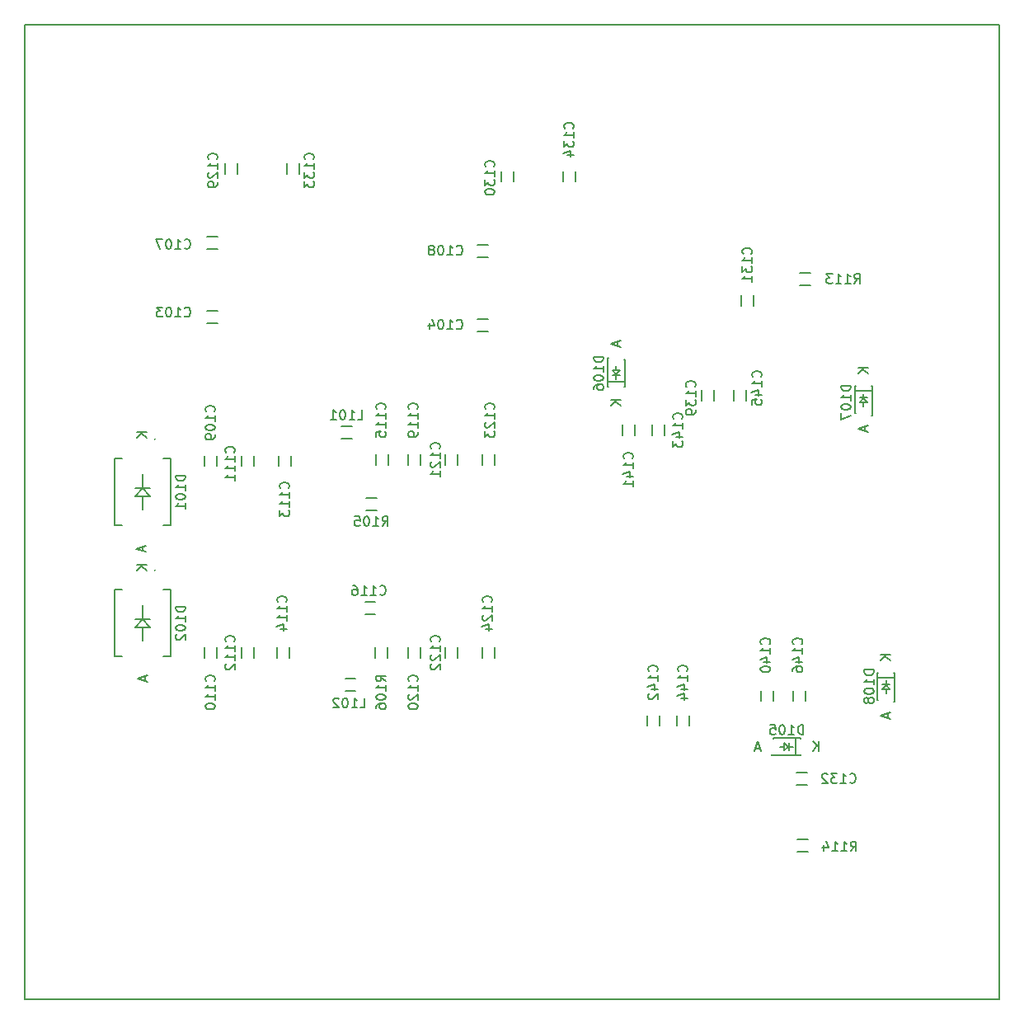
<source format=gbo>
G04 #@! TF.FileFunction,Legend,Bot*
%FSLAX46Y46*%
G04 Gerber Fmt 4.6, Leading zero omitted, Abs format (unit mm)*
G04 Created by KiCad (PCBNEW 4.0.2-stable) date 20/05/2016 13:58:28*
%MOMM*%
G01*
G04 APERTURE LIST*
%ADD10C,0.100000*%
%ADD11C,0.150000*%
G04 APERTURE END LIST*
D10*
D11*
X0Y100000000D02*
X0Y0D01*
X100000000Y100000000D02*
X0Y100000000D01*
X100000000Y0D02*
X100000000Y100000000D01*
X0Y0D02*
X100000000Y0D01*
X19235261Y70636175D02*
X18701861Y70636175D01*
X19235261Y70636175D02*
X19768661Y70636175D01*
X19235261Y69366175D02*
X18701861Y69366175D01*
X19235261Y69366175D02*
X19768661Y69366175D01*
X46990000Y69850000D02*
X46456600Y69850000D01*
X46990000Y69850000D02*
X47523400Y69850000D01*
X46990000Y68580000D02*
X46456600Y68580000D01*
X46990000Y68580000D02*
X47523400Y68580000D01*
X19235261Y78256175D02*
X18701861Y78256175D01*
X19235261Y78256175D02*
X19768661Y78256175D01*
X19235261Y76986175D02*
X18701861Y76986175D01*
X19235261Y76986175D02*
X19768661Y76986175D01*
X46990000Y77470000D02*
X46456600Y77470000D01*
X46990000Y77470000D02*
X47523400Y77470000D01*
X46990000Y76200000D02*
X46456600Y76200000D01*
X46990000Y76200000D02*
X47523400Y76200000D01*
X19685000Y55245000D02*
X19685000Y55778400D01*
X19685000Y55245000D02*
X19685000Y54711600D01*
X18415000Y55245000D02*
X18415000Y55778400D01*
X18415000Y55245000D02*
X18415000Y54711600D01*
X19685000Y35560000D02*
X19685000Y36093400D01*
X19685000Y35560000D02*
X19685000Y35026600D01*
X18415000Y35560000D02*
X18415000Y36093400D01*
X18415000Y35560000D02*
X18415000Y35026600D01*
X23495000Y55245000D02*
X23495000Y55778400D01*
X23495000Y55245000D02*
X23495000Y54711600D01*
X22225000Y55245000D02*
X22225000Y55778400D01*
X22225000Y55245000D02*
X22225000Y54711600D01*
X23495000Y35560000D02*
X23495000Y36093400D01*
X23495000Y35560000D02*
X23495000Y35026600D01*
X22225000Y35560000D02*
X22225000Y36093400D01*
X22225000Y35560000D02*
X22225000Y35026600D01*
X27305000Y55245000D02*
X27305000Y55778400D01*
X27305000Y55245000D02*
X27305000Y54711600D01*
X26035000Y55245000D02*
X26035000Y55778400D01*
X26035000Y55245000D02*
X26035000Y54711600D01*
X27178000Y35560000D02*
X27178000Y36093400D01*
X27178000Y35560000D02*
X27178000Y35026600D01*
X25908000Y35560000D02*
X25908000Y36093400D01*
X25908000Y35560000D02*
X25908000Y35026600D01*
X37338000Y55372000D02*
X37338000Y55905400D01*
X37338000Y55372000D02*
X37338000Y54838600D01*
X36068000Y55372000D02*
X36068000Y55905400D01*
X36068000Y55372000D02*
X36068000Y54838600D01*
X35433000Y40767000D02*
X34899600Y40767000D01*
X35433000Y40767000D02*
X35966400Y40767000D01*
X35433000Y39497000D02*
X34899600Y39497000D01*
X35433000Y39497000D02*
X35966400Y39497000D01*
X40640000Y55372000D02*
X40640000Y55905400D01*
X40640000Y55372000D02*
X40640000Y54838600D01*
X39370000Y55372000D02*
X39370000Y55905400D01*
X39370000Y55372000D02*
X39370000Y54838600D01*
X40640000Y35560000D02*
X40640000Y36093400D01*
X40640000Y35560000D02*
X40640000Y35026600D01*
X39370000Y35560000D02*
X39370000Y36093400D01*
X39370000Y35560000D02*
X39370000Y35026600D01*
X44450000Y55372000D02*
X44450000Y55905400D01*
X44450000Y55372000D02*
X44450000Y54838600D01*
X43180000Y55372000D02*
X43180000Y55905400D01*
X43180000Y55372000D02*
X43180000Y54838600D01*
X44450000Y35560000D02*
X44450000Y36093400D01*
X44450000Y35560000D02*
X44450000Y35026600D01*
X43180000Y35560000D02*
X43180000Y36093400D01*
X43180000Y35560000D02*
X43180000Y35026600D01*
X48260000Y55372000D02*
X48260000Y55905400D01*
X48260000Y55372000D02*
X48260000Y54838600D01*
X46990000Y55372000D02*
X46990000Y55905400D01*
X46990000Y55372000D02*
X46990000Y54838600D01*
X48260000Y35560000D02*
X48260000Y36093400D01*
X48260000Y35560000D02*
X48260000Y35026600D01*
X46990000Y35560000D02*
X46990000Y36093400D01*
X46990000Y35560000D02*
X46990000Y35026600D01*
X21775261Y85241175D02*
X21775261Y85774575D01*
X21775261Y85241175D02*
X21775261Y84707775D01*
X20505261Y85241175D02*
X20505261Y85774575D01*
X20505261Y85241175D02*
X20505261Y84707775D01*
X50165000Y84455000D02*
X50165000Y84988400D01*
X50165000Y84455000D02*
X50165000Y83921600D01*
X48895000Y84455000D02*
X48895000Y84988400D01*
X48895000Y84455000D02*
X48895000Y83921600D01*
X73565000Y71712000D02*
X73565000Y71178600D01*
X73565000Y71712000D02*
X73565000Y72245400D01*
X74835000Y71712000D02*
X74835000Y71178600D01*
X74835000Y71712000D02*
X74835000Y72245400D01*
X79756000Y21971000D02*
X80289400Y21971000D01*
X79756000Y21971000D02*
X79222600Y21971000D01*
X79756000Y23241000D02*
X80289400Y23241000D01*
X79756000Y23241000D02*
X79222600Y23241000D01*
X28125261Y85241175D02*
X28125261Y85774575D01*
X28125261Y85241175D02*
X28125261Y84707775D01*
X26855261Y85241175D02*
X26855261Y85774575D01*
X26855261Y85241175D02*
X26855261Y84707775D01*
X56515000Y84455000D02*
X56515000Y84988400D01*
X56515000Y84455000D02*
X56515000Y83921600D01*
X55245000Y84455000D02*
X55245000Y84988400D01*
X55245000Y84455000D02*
X55245000Y83921600D01*
X70739000Y61976000D02*
X70739000Y62509400D01*
X70739000Y61976000D02*
X70739000Y61442600D01*
X69469000Y61976000D02*
X69469000Y62509400D01*
X69469000Y61976000D02*
X69469000Y61442600D01*
X76835000Y31115000D02*
X76835000Y31648400D01*
X76835000Y31115000D02*
X76835000Y30581600D01*
X75565000Y31115000D02*
X75565000Y31648400D01*
X75565000Y31115000D02*
X75565000Y30581600D01*
X12065000Y51270000D02*
X12065000Y50270000D01*
X12065000Y52870000D02*
X12065000Y53870000D01*
X14965000Y48670000D02*
X14165000Y48670000D01*
X14965000Y55470000D02*
X14165000Y55470000D01*
X9165000Y52070000D02*
X9165000Y48670000D01*
X9165000Y48670000D02*
X9965000Y48670000D01*
X9165000Y52070000D02*
X9165000Y55470000D01*
X9165000Y55470000D02*
X9965000Y55470000D01*
X14965000Y52070000D02*
X14965000Y48670000D01*
X14965000Y52070000D02*
X14965000Y55470000D01*
X13320902Y57470000D02*
G75*
G03X13320902Y57470000I-55902J0D01*
G01*
X12065000Y52447500D02*
X12065000Y52847500D01*
X12065000Y51647500D02*
X12065000Y51247500D01*
X12865000Y52447500D02*
X11265000Y52447500D01*
X12865000Y51647500D02*
X12065000Y52447500D01*
X12865000Y51647500D02*
X11265000Y51647500D01*
X11265000Y51647500D02*
X12065000Y52447500D01*
X12065000Y37808000D02*
X12065000Y36808000D01*
X12065000Y39408000D02*
X12065000Y40408000D01*
X14965000Y35208000D02*
X14165000Y35208000D01*
X14965000Y42008000D02*
X14165000Y42008000D01*
X9165000Y38608000D02*
X9165000Y35208000D01*
X9165000Y35208000D02*
X9965000Y35208000D01*
X9165000Y38608000D02*
X9165000Y42008000D01*
X9165000Y42008000D02*
X9965000Y42008000D01*
X14965000Y38608000D02*
X14965000Y35208000D01*
X14965000Y38608000D02*
X14965000Y42008000D01*
X13320902Y44008000D02*
G75*
G03X13320902Y44008000I-55902J0D01*
G01*
X12065000Y38985500D02*
X12065000Y39385500D01*
X12065000Y38185500D02*
X12065000Y37785500D01*
X12865000Y38985500D02*
X11265000Y38985500D01*
X12865000Y38185500D02*
X12065000Y38985500D01*
X12865000Y38185500D02*
X11265000Y38185500D01*
X11265000Y38185500D02*
X12065000Y38985500D01*
X33020000Y58801000D02*
X32486600Y58801000D01*
X33020000Y58801000D02*
X33553400Y58801000D01*
X33020000Y57531000D02*
X32486600Y57531000D01*
X33020000Y57531000D02*
X33553400Y57531000D01*
X33401000Y32893000D02*
X32867600Y32893000D01*
X33401000Y32893000D02*
X33934400Y32893000D01*
X33401000Y31623000D02*
X32867600Y31623000D01*
X33401000Y31623000D02*
X33934400Y31623000D01*
X35560000Y50165000D02*
X36093400Y50165000D01*
X35560000Y50165000D02*
X35026600Y50165000D01*
X35560000Y51435000D02*
X36093400Y51435000D01*
X35560000Y51435000D02*
X35026600Y51435000D01*
X37211000Y35560000D02*
X37211000Y36093400D01*
X37211000Y35560000D02*
X37211000Y35026600D01*
X35941000Y35560000D02*
X35941000Y36093400D01*
X35941000Y35560000D02*
X35941000Y35026600D01*
X80094000Y73279000D02*
X80627400Y73279000D01*
X80094000Y73279000D02*
X79560600Y73279000D01*
X80094000Y74549000D02*
X80627400Y74549000D01*
X80094000Y74549000D02*
X79560600Y74549000D01*
X79840000Y16383000D02*
X79306600Y16383000D01*
X79840000Y16383000D02*
X80373400Y16383000D01*
X79840000Y15113000D02*
X79306600Y15113000D01*
X79840000Y15113000D02*
X80373400Y15113000D01*
X62611000Y58420000D02*
X62611000Y58953400D01*
X62611000Y58420000D02*
X62611000Y57886600D01*
X61341000Y58420000D02*
X61341000Y58953400D01*
X61341000Y58420000D02*
X61341000Y57886600D01*
X65151000Y28575000D02*
X65151000Y29108400D01*
X65151000Y28575000D02*
X65151000Y28041600D01*
X63881000Y28575000D02*
X63881000Y29108400D01*
X63881000Y28575000D02*
X63881000Y28041600D01*
X65659000Y58420000D02*
X65659000Y58953400D01*
X65659000Y58420000D02*
X65659000Y57886600D01*
X64389000Y58420000D02*
X64389000Y58953400D01*
X64389000Y58420000D02*
X64389000Y57886600D01*
X68199000Y28575000D02*
X68199000Y29108400D01*
X68199000Y28575000D02*
X68199000Y28041600D01*
X66929000Y28575000D02*
X66929000Y29108400D01*
X66929000Y28575000D02*
X66929000Y28041600D01*
X74041000Y61976000D02*
X74041000Y62509400D01*
X74041000Y61976000D02*
X74041000Y61442600D01*
X72771000Y61976000D02*
X72771000Y62509400D01*
X72771000Y61976000D02*
X72771000Y61442600D01*
X80137000Y31115000D02*
X80137000Y31648400D01*
X80137000Y31115000D02*
X80137000Y30581600D01*
X78867000Y31115000D02*
X78867000Y31648400D01*
X78867000Y31115000D02*
X78867000Y30581600D01*
X79132000Y26808000D02*
X79132000Y25008000D01*
X78432000Y25908000D02*
X78832000Y25908000D01*
X77932000Y25908000D02*
X77532000Y25908000D01*
X78432000Y26308000D02*
X78432000Y25508000D01*
X77932000Y25508000D02*
X78332000Y25908000D01*
X77932000Y26308000D02*
X77932000Y25508000D01*
X78332000Y25908000D02*
X77932000Y26308000D01*
X76632000Y25008000D02*
X76632000Y25108000D01*
X79632000Y25008000D02*
X76632000Y25008000D01*
X79632000Y25108000D02*
X79632000Y25008000D01*
X76832000Y26808000D02*
X76832000Y26708000D01*
X78232000Y26808000D02*
X76832000Y26808000D01*
X79632000Y26808000D02*
X79632000Y26708000D01*
X78232000Y26808000D02*
X79632000Y26808000D01*
X61606000Y63362000D02*
X59806000Y63362000D01*
X60706000Y64062000D02*
X60706000Y63662000D01*
X60706000Y64562000D02*
X60706000Y64962000D01*
X61106000Y64062000D02*
X60306000Y64062000D01*
X60306000Y64562000D02*
X60706000Y64162000D01*
X61106000Y64562000D02*
X60306000Y64562000D01*
X60706000Y64162000D02*
X61106000Y64562000D01*
X59806000Y65862000D02*
X59906000Y65862000D01*
X59806000Y62862000D02*
X59806000Y65862000D01*
X59906000Y62862000D02*
X59806000Y62862000D01*
X61606000Y65662000D02*
X61506000Y65662000D01*
X61606000Y64262000D02*
X61606000Y65662000D01*
X61606000Y62862000D02*
X61506000Y62862000D01*
X61606000Y64262000D02*
X61606000Y62862000D01*
X85206000Y62446000D02*
X87006000Y62446000D01*
X86106000Y61746000D02*
X86106000Y62146000D01*
X86106000Y61246000D02*
X86106000Y60846000D01*
X85706000Y61746000D02*
X86506000Y61746000D01*
X86506000Y61246000D02*
X86106000Y61646000D01*
X85706000Y61246000D02*
X86506000Y61246000D01*
X86106000Y61646000D02*
X85706000Y61246000D01*
X87006000Y59946000D02*
X86906000Y59946000D01*
X87006000Y62946000D02*
X87006000Y59946000D01*
X86906000Y62946000D02*
X87006000Y62946000D01*
X85206000Y60146000D02*
X85306000Y60146000D01*
X85206000Y61546000D02*
X85206000Y60146000D01*
X85206000Y62946000D02*
X85306000Y62946000D01*
X85206000Y61546000D02*
X85206000Y62946000D01*
X87500000Y33000000D02*
X89300000Y33000000D01*
X88400000Y32300000D02*
X88400000Y32700000D01*
X88400000Y31800000D02*
X88400000Y31400000D01*
X88000000Y32300000D02*
X88800000Y32300000D01*
X88800000Y31800000D02*
X88400000Y32200000D01*
X88000000Y31800000D02*
X88800000Y31800000D01*
X88400000Y32200000D02*
X88000000Y31800000D01*
X89300000Y30500000D02*
X89200000Y30500000D01*
X89300000Y33500000D02*
X89300000Y30500000D01*
X89200000Y33500000D02*
X89300000Y33500000D01*
X87500000Y30700000D02*
X87600000Y30700000D01*
X87500000Y32100000D02*
X87500000Y30700000D01*
X87500000Y33500000D02*
X87600000Y33500000D01*
X87500000Y32100000D02*
X87500000Y33500000D01*
X16359047Y70127857D02*
X16406666Y70080238D01*
X16549523Y70032619D01*
X16644761Y70032619D01*
X16787619Y70080238D01*
X16882857Y70175476D01*
X16930476Y70270714D01*
X16978095Y70461190D01*
X16978095Y70604048D01*
X16930476Y70794524D01*
X16882857Y70889762D01*
X16787619Y70985000D01*
X16644761Y71032619D01*
X16549523Y71032619D01*
X16406666Y70985000D01*
X16359047Y70937381D01*
X15406666Y70032619D02*
X15978095Y70032619D01*
X15692381Y70032619D02*
X15692381Y71032619D01*
X15787619Y70889762D01*
X15882857Y70794524D01*
X15978095Y70746905D01*
X14787619Y71032619D02*
X14692380Y71032619D01*
X14597142Y70985000D01*
X14549523Y70937381D01*
X14501904Y70842143D01*
X14454285Y70651667D01*
X14454285Y70413571D01*
X14501904Y70223095D01*
X14549523Y70127857D01*
X14597142Y70080238D01*
X14692380Y70032619D01*
X14787619Y70032619D01*
X14882857Y70080238D01*
X14930476Y70127857D01*
X14978095Y70223095D01*
X15025714Y70413571D01*
X15025714Y70651667D01*
X14978095Y70842143D01*
X14930476Y70937381D01*
X14882857Y70985000D01*
X14787619Y71032619D01*
X14120952Y71032619D02*
X13501904Y71032619D01*
X13835238Y70651667D01*
X13692380Y70651667D01*
X13597142Y70604048D01*
X13549523Y70556429D01*
X13501904Y70461190D01*
X13501904Y70223095D01*
X13549523Y70127857D01*
X13597142Y70080238D01*
X13692380Y70032619D01*
X13978095Y70032619D01*
X14073333Y70080238D01*
X14120952Y70127857D01*
X44299047Y68857857D02*
X44346666Y68810238D01*
X44489523Y68762619D01*
X44584761Y68762619D01*
X44727619Y68810238D01*
X44822857Y68905476D01*
X44870476Y69000714D01*
X44918095Y69191190D01*
X44918095Y69334048D01*
X44870476Y69524524D01*
X44822857Y69619762D01*
X44727619Y69715000D01*
X44584761Y69762619D01*
X44489523Y69762619D01*
X44346666Y69715000D01*
X44299047Y69667381D01*
X43346666Y68762619D02*
X43918095Y68762619D01*
X43632381Y68762619D02*
X43632381Y69762619D01*
X43727619Y69619762D01*
X43822857Y69524524D01*
X43918095Y69476905D01*
X42727619Y69762619D02*
X42632380Y69762619D01*
X42537142Y69715000D01*
X42489523Y69667381D01*
X42441904Y69572143D01*
X42394285Y69381667D01*
X42394285Y69143571D01*
X42441904Y68953095D01*
X42489523Y68857857D01*
X42537142Y68810238D01*
X42632380Y68762619D01*
X42727619Y68762619D01*
X42822857Y68810238D01*
X42870476Y68857857D01*
X42918095Y68953095D01*
X42965714Y69143571D01*
X42965714Y69381667D01*
X42918095Y69572143D01*
X42870476Y69667381D01*
X42822857Y69715000D01*
X42727619Y69762619D01*
X41537142Y69429286D02*
X41537142Y68762619D01*
X41775238Y69810238D02*
X42013333Y69095952D01*
X41394285Y69095952D01*
X16359047Y77112857D02*
X16406666Y77065238D01*
X16549523Y77017619D01*
X16644761Y77017619D01*
X16787619Y77065238D01*
X16882857Y77160476D01*
X16930476Y77255714D01*
X16978095Y77446190D01*
X16978095Y77589048D01*
X16930476Y77779524D01*
X16882857Y77874762D01*
X16787619Y77970000D01*
X16644761Y78017619D01*
X16549523Y78017619D01*
X16406666Y77970000D01*
X16359047Y77922381D01*
X15406666Y77017619D02*
X15978095Y77017619D01*
X15692381Y77017619D02*
X15692381Y78017619D01*
X15787619Y77874762D01*
X15882857Y77779524D01*
X15978095Y77731905D01*
X14787619Y78017619D02*
X14692380Y78017619D01*
X14597142Y77970000D01*
X14549523Y77922381D01*
X14501904Y77827143D01*
X14454285Y77636667D01*
X14454285Y77398571D01*
X14501904Y77208095D01*
X14549523Y77112857D01*
X14597142Y77065238D01*
X14692380Y77017619D01*
X14787619Y77017619D01*
X14882857Y77065238D01*
X14930476Y77112857D01*
X14978095Y77208095D01*
X15025714Y77398571D01*
X15025714Y77636667D01*
X14978095Y77827143D01*
X14930476Y77922381D01*
X14882857Y77970000D01*
X14787619Y78017619D01*
X14120952Y78017619D02*
X13454285Y78017619D01*
X13882857Y77017619D01*
X44299047Y76477857D02*
X44346666Y76430238D01*
X44489523Y76382619D01*
X44584761Y76382619D01*
X44727619Y76430238D01*
X44822857Y76525476D01*
X44870476Y76620714D01*
X44918095Y76811190D01*
X44918095Y76954048D01*
X44870476Y77144524D01*
X44822857Y77239762D01*
X44727619Y77335000D01*
X44584761Y77382619D01*
X44489523Y77382619D01*
X44346666Y77335000D01*
X44299047Y77287381D01*
X43346666Y76382619D02*
X43918095Y76382619D01*
X43632381Y76382619D02*
X43632381Y77382619D01*
X43727619Y77239762D01*
X43822857Y77144524D01*
X43918095Y77096905D01*
X42727619Y77382619D02*
X42632380Y77382619D01*
X42537142Y77335000D01*
X42489523Y77287381D01*
X42441904Y77192143D01*
X42394285Y77001667D01*
X42394285Y76763571D01*
X42441904Y76573095D01*
X42489523Y76477857D01*
X42537142Y76430238D01*
X42632380Y76382619D01*
X42727619Y76382619D01*
X42822857Y76430238D01*
X42870476Y76477857D01*
X42918095Y76573095D01*
X42965714Y76763571D01*
X42965714Y77001667D01*
X42918095Y77192143D01*
X42870476Y77287381D01*
X42822857Y77335000D01*
X42727619Y77382619D01*
X41822857Y76954048D02*
X41918095Y77001667D01*
X41965714Y77049286D01*
X42013333Y77144524D01*
X42013333Y77192143D01*
X41965714Y77287381D01*
X41918095Y77335000D01*
X41822857Y77382619D01*
X41632380Y77382619D01*
X41537142Y77335000D01*
X41489523Y77287381D01*
X41441904Y77192143D01*
X41441904Y77144524D01*
X41489523Y77049286D01*
X41537142Y77001667D01*
X41632380Y76954048D01*
X41822857Y76954048D01*
X41918095Y76906429D01*
X41965714Y76858810D01*
X42013333Y76763571D01*
X42013333Y76573095D01*
X41965714Y76477857D01*
X41918095Y76430238D01*
X41822857Y76382619D01*
X41632380Y76382619D01*
X41537142Y76430238D01*
X41489523Y76477857D01*
X41441904Y76573095D01*
X41441904Y76763571D01*
X41489523Y76858810D01*
X41537142Y76906429D01*
X41632380Y76954048D01*
X19407143Y60301047D02*
X19454762Y60348666D01*
X19502381Y60491523D01*
X19502381Y60586761D01*
X19454762Y60729619D01*
X19359524Y60824857D01*
X19264286Y60872476D01*
X19073810Y60920095D01*
X18930952Y60920095D01*
X18740476Y60872476D01*
X18645238Y60824857D01*
X18550000Y60729619D01*
X18502381Y60586761D01*
X18502381Y60491523D01*
X18550000Y60348666D01*
X18597619Y60301047D01*
X19502381Y59348666D02*
X19502381Y59920095D01*
X19502381Y59634381D02*
X18502381Y59634381D01*
X18645238Y59729619D01*
X18740476Y59824857D01*
X18788095Y59920095D01*
X18502381Y58729619D02*
X18502381Y58634380D01*
X18550000Y58539142D01*
X18597619Y58491523D01*
X18692857Y58443904D01*
X18883333Y58396285D01*
X19121429Y58396285D01*
X19311905Y58443904D01*
X19407143Y58491523D01*
X19454762Y58539142D01*
X19502381Y58634380D01*
X19502381Y58729619D01*
X19454762Y58824857D01*
X19407143Y58872476D01*
X19311905Y58920095D01*
X19121429Y58967714D01*
X18883333Y58967714D01*
X18692857Y58920095D01*
X18597619Y58872476D01*
X18550000Y58824857D01*
X18502381Y58729619D01*
X19502381Y57920095D02*
X19502381Y57729619D01*
X19454762Y57634380D01*
X19407143Y57586761D01*
X19264286Y57491523D01*
X19073810Y57443904D01*
X18692857Y57443904D01*
X18597619Y57491523D01*
X18550000Y57539142D01*
X18502381Y57634380D01*
X18502381Y57824857D01*
X18550000Y57920095D01*
X18597619Y57967714D01*
X18692857Y58015333D01*
X18930952Y58015333D01*
X19026190Y57967714D01*
X19073810Y57920095D01*
X19121429Y57824857D01*
X19121429Y57634380D01*
X19073810Y57539142D01*
X19026190Y57491523D01*
X18930952Y57443904D01*
X19407143Y32615047D02*
X19454762Y32662666D01*
X19502381Y32805523D01*
X19502381Y32900761D01*
X19454762Y33043619D01*
X19359524Y33138857D01*
X19264286Y33186476D01*
X19073810Y33234095D01*
X18930952Y33234095D01*
X18740476Y33186476D01*
X18645238Y33138857D01*
X18550000Y33043619D01*
X18502381Y32900761D01*
X18502381Y32805523D01*
X18550000Y32662666D01*
X18597619Y32615047D01*
X19502381Y31662666D02*
X19502381Y32234095D01*
X19502381Y31948381D02*
X18502381Y31948381D01*
X18645238Y32043619D01*
X18740476Y32138857D01*
X18788095Y32234095D01*
X19502381Y30710285D02*
X19502381Y31281714D01*
X19502381Y30996000D02*
X18502381Y30996000D01*
X18645238Y31091238D01*
X18740476Y31186476D01*
X18788095Y31281714D01*
X18502381Y30091238D02*
X18502381Y29995999D01*
X18550000Y29900761D01*
X18597619Y29853142D01*
X18692857Y29805523D01*
X18883333Y29757904D01*
X19121429Y29757904D01*
X19311905Y29805523D01*
X19407143Y29853142D01*
X19454762Y29900761D01*
X19502381Y29995999D01*
X19502381Y30091238D01*
X19454762Y30186476D01*
X19407143Y30234095D01*
X19311905Y30281714D01*
X19121429Y30329333D01*
X18883333Y30329333D01*
X18692857Y30281714D01*
X18597619Y30234095D01*
X18550000Y30186476D01*
X18502381Y30091238D01*
X21439143Y56110047D02*
X21486762Y56157666D01*
X21534381Y56300523D01*
X21534381Y56395761D01*
X21486762Y56538619D01*
X21391524Y56633857D01*
X21296286Y56681476D01*
X21105810Y56729095D01*
X20962952Y56729095D01*
X20772476Y56681476D01*
X20677238Y56633857D01*
X20582000Y56538619D01*
X20534381Y56395761D01*
X20534381Y56300523D01*
X20582000Y56157666D01*
X20629619Y56110047D01*
X21534381Y55157666D02*
X21534381Y55729095D01*
X21534381Y55443381D02*
X20534381Y55443381D01*
X20677238Y55538619D01*
X20772476Y55633857D01*
X20820095Y55729095D01*
X21534381Y54205285D02*
X21534381Y54776714D01*
X21534381Y54491000D02*
X20534381Y54491000D01*
X20677238Y54586238D01*
X20772476Y54681476D01*
X20820095Y54776714D01*
X21534381Y53252904D02*
X21534381Y53824333D01*
X21534381Y53538619D02*
X20534381Y53538619D01*
X20677238Y53633857D01*
X20772476Y53729095D01*
X20820095Y53824333D01*
X21439143Y36679047D02*
X21486762Y36726666D01*
X21534381Y36869523D01*
X21534381Y36964761D01*
X21486762Y37107619D01*
X21391524Y37202857D01*
X21296286Y37250476D01*
X21105810Y37298095D01*
X20962952Y37298095D01*
X20772476Y37250476D01*
X20677238Y37202857D01*
X20582000Y37107619D01*
X20534381Y36964761D01*
X20534381Y36869523D01*
X20582000Y36726666D01*
X20629619Y36679047D01*
X21534381Y35726666D02*
X21534381Y36298095D01*
X21534381Y36012381D02*
X20534381Y36012381D01*
X20677238Y36107619D01*
X20772476Y36202857D01*
X20820095Y36298095D01*
X21534381Y34774285D02*
X21534381Y35345714D01*
X21534381Y35060000D02*
X20534381Y35060000D01*
X20677238Y35155238D01*
X20772476Y35250476D01*
X20820095Y35345714D01*
X20629619Y34393333D02*
X20582000Y34345714D01*
X20534381Y34250476D01*
X20534381Y34012380D01*
X20582000Y33917142D01*
X20629619Y33869523D01*
X20724857Y33821904D01*
X20820095Y33821904D01*
X20962952Y33869523D01*
X21534381Y34440952D01*
X21534381Y33821904D01*
X27027143Y52427047D02*
X27074762Y52474666D01*
X27122381Y52617523D01*
X27122381Y52712761D01*
X27074762Y52855619D01*
X26979524Y52950857D01*
X26884286Y52998476D01*
X26693810Y53046095D01*
X26550952Y53046095D01*
X26360476Y52998476D01*
X26265238Y52950857D01*
X26170000Y52855619D01*
X26122381Y52712761D01*
X26122381Y52617523D01*
X26170000Y52474666D01*
X26217619Y52427047D01*
X27122381Y51474666D02*
X27122381Y52046095D01*
X27122381Y51760381D02*
X26122381Y51760381D01*
X26265238Y51855619D01*
X26360476Y51950857D01*
X26408095Y52046095D01*
X27122381Y50522285D02*
X27122381Y51093714D01*
X27122381Y50808000D02*
X26122381Y50808000D01*
X26265238Y50903238D01*
X26360476Y50998476D01*
X26408095Y51093714D01*
X26122381Y50188952D02*
X26122381Y49569904D01*
X26503333Y49903238D01*
X26503333Y49760380D01*
X26550952Y49665142D01*
X26598571Y49617523D01*
X26693810Y49569904D01*
X26931905Y49569904D01*
X27027143Y49617523D01*
X27074762Y49665142D01*
X27122381Y49760380D01*
X27122381Y50046095D01*
X27074762Y50141333D01*
X27027143Y50188952D01*
X26773143Y40743047D02*
X26820762Y40790666D01*
X26868381Y40933523D01*
X26868381Y41028761D01*
X26820762Y41171619D01*
X26725524Y41266857D01*
X26630286Y41314476D01*
X26439810Y41362095D01*
X26296952Y41362095D01*
X26106476Y41314476D01*
X26011238Y41266857D01*
X25916000Y41171619D01*
X25868381Y41028761D01*
X25868381Y40933523D01*
X25916000Y40790666D01*
X25963619Y40743047D01*
X26868381Y39790666D02*
X26868381Y40362095D01*
X26868381Y40076381D02*
X25868381Y40076381D01*
X26011238Y40171619D01*
X26106476Y40266857D01*
X26154095Y40362095D01*
X26868381Y38838285D02*
X26868381Y39409714D01*
X26868381Y39124000D02*
X25868381Y39124000D01*
X26011238Y39219238D01*
X26106476Y39314476D01*
X26154095Y39409714D01*
X26201714Y37981142D02*
X26868381Y37981142D01*
X25820762Y38219238D02*
X26535048Y38457333D01*
X26535048Y37838285D01*
X36933143Y60555047D02*
X36980762Y60602666D01*
X37028381Y60745523D01*
X37028381Y60840761D01*
X36980762Y60983619D01*
X36885524Y61078857D01*
X36790286Y61126476D01*
X36599810Y61174095D01*
X36456952Y61174095D01*
X36266476Y61126476D01*
X36171238Y61078857D01*
X36076000Y60983619D01*
X36028381Y60840761D01*
X36028381Y60745523D01*
X36076000Y60602666D01*
X36123619Y60555047D01*
X37028381Y59602666D02*
X37028381Y60174095D01*
X37028381Y59888381D02*
X36028381Y59888381D01*
X36171238Y59983619D01*
X36266476Y60078857D01*
X36314095Y60174095D01*
X37028381Y58650285D02*
X37028381Y59221714D01*
X37028381Y58936000D02*
X36028381Y58936000D01*
X36171238Y59031238D01*
X36266476Y59126476D01*
X36314095Y59221714D01*
X36028381Y57745523D02*
X36028381Y58221714D01*
X36504571Y58269333D01*
X36456952Y58221714D01*
X36409333Y58126476D01*
X36409333Y57888380D01*
X36456952Y57793142D01*
X36504571Y57745523D01*
X36599810Y57697904D01*
X36837905Y57697904D01*
X36933143Y57745523D01*
X36980762Y57793142D01*
X37028381Y57888380D01*
X37028381Y58126476D01*
X36980762Y58221714D01*
X36933143Y58269333D01*
X36425047Y41552857D02*
X36472666Y41505238D01*
X36615523Y41457619D01*
X36710761Y41457619D01*
X36853619Y41505238D01*
X36948857Y41600476D01*
X36996476Y41695714D01*
X37044095Y41886190D01*
X37044095Y42029048D01*
X36996476Y42219524D01*
X36948857Y42314762D01*
X36853619Y42410000D01*
X36710761Y42457619D01*
X36615523Y42457619D01*
X36472666Y42410000D01*
X36425047Y42362381D01*
X35472666Y41457619D02*
X36044095Y41457619D01*
X35758381Y41457619D02*
X35758381Y42457619D01*
X35853619Y42314762D01*
X35948857Y42219524D01*
X36044095Y42171905D01*
X34520285Y41457619D02*
X35091714Y41457619D01*
X34806000Y41457619D02*
X34806000Y42457619D01*
X34901238Y42314762D01*
X34996476Y42219524D01*
X35091714Y42171905D01*
X33663142Y42457619D02*
X33853619Y42457619D01*
X33948857Y42410000D01*
X33996476Y42362381D01*
X34091714Y42219524D01*
X34139333Y42029048D01*
X34139333Y41648095D01*
X34091714Y41552857D01*
X34044095Y41505238D01*
X33948857Y41457619D01*
X33758380Y41457619D01*
X33663142Y41505238D01*
X33615523Y41552857D01*
X33567904Y41648095D01*
X33567904Y41886190D01*
X33615523Y41981429D01*
X33663142Y42029048D01*
X33758380Y42076667D01*
X33948857Y42076667D01*
X34044095Y42029048D01*
X34091714Y41981429D01*
X34139333Y41886190D01*
X40235143Y60555047D02*
X40282762Y60602666D01*
X40330381Y60745523D01*
X40330381Y60840761D01*
X40282762Y60983619D01*
X40187524Y61078857D01*
X40092286Y61126476D01*
X39901810Y61174095D01*
X39758952Y61174095D01*
X39568476Y61126476D01*
X39473238Y61078857D01*
X39378000Y60983619D01*
X39330381Y60840761D01*
X39330381Y60745523D01*
X39378000Y60602666D01*
X39425619Y60555047D01*
X40330381Y59602666D02*
X40330381Y60174095D01*
X40330381Y59888381D02*
X39330381Y59888381D01*
X39473238Y59983619D01*
X39568476Y60078857D01*
X39616095Y60174095D01*
X40330381Y58650285D02*
X40330381Y59221714D01*
X40330381Y58936000D02*
X39330381Y58936000D01*
X39473238Y59031238D01*
X39568476Y59126476D01*
X39616095Y59221714D01*
X40330381Y58174095D02*
X40330381Y57983619D01*
X40282762Y57888380D01*
X40235143Y57840761D01*
X40092286Y57745523D01*
X39901810Y57697904D01*
X39520857Y57697904D01*
X39425619Y57745523D01*
X39378000Y57793142D01*
X39330381Y57888380D01*
X39330381Y58078857D01*
X39378000Y58174095D01*
X39425619Y58221714D01*
X39520857Y58269333D01*
X39758952Y58269333D01*
X39854190Y58221714D01*
X39901810Y58174095D01*
X39949429Y58078857D01*
X39949429Y57888380D01*
X39901810Y57793142D01*
X39854190Y57745523D01*
X39758952Y57697904D01*
X40235143Y32615047D02*
X40282762Y32662666D01*
X40330381Y32805523D01*
X40330381Y32900761D01*
X40282762Y33043619D01*
X40187524Y33138857D01*
X40092286Y33186476D01*
X39901810Y33234095D01*
X39758952Y33234095D01*
X39568476Y33186476D01*
X39473238Y33138857D01*
X39378000Y33043619D01*
X39330381Y32900761D01*
X39330381Y32805523D01*
X39378000Y32662666D01*
X39425619Y32615047D01*
X40330381Y31662666D02*
X40330381Y32234095D01*
X40330381Y31948381D02*
X39330381Y31948381D01*
X39473238Y32043619D01*
X39568476Y32138857D01*
X39616095Y32234095D01*
X39425619Y31281714D02*
X39378000Y31234095D01*
X39330381Y31138857D01*
X39330381Y30900761D01*
X39378000Y30805523D01*
X39425619Y30757904D01*
X39520857Y30710285D01*
X39616095Y30710285D01*
X39758952Y30757904D01*
X40330381Y31329333D01*
X40330381Y30710285D01*
X39330381Y30091238D02*
X39330381Y29995999D01*
X39378000Y29900761D01*
X39425619Y29853142D01*
X39520857Y29805523D01*
X39711333Y29757904D01*
X39949429Y29757904D01*
X40139905Y29805523D01*
X40235143Y29853142D01*
X40282762Y29900761D01*
X40330381Y29995999D01*
X40330381Y30091238D01*
X40282762Y30186476D01*
X40235143Y30234095D01*
X40139905Y30281714D01*
X39949429Y30329333D01*
X39711333Y30329333D01*
X39520857Y30281714D01*
X39425619Y30234095D01*
X39378000Y30186476D01*
X39330381Y30091238D01*
X42521143Y56491047D02*
X42568762Y56538666D01*
X42616381Y56681523D01*
X42616381Y56776761D01*
X42568762Y56919619D01*
X42473524Y57014857D01*
X42378286Y57062476D01*
X42187810Y57110095D01*
X42044952Y57110095D01*
X41854476Y57062476D01*
X41759238Y57014857D01*
X41664000Y56919619D01*
X41616381Y56776761D01*
X41616381Y56681523D01*
X41664000Y56538666D01*
X41711619Y56491047D01*
X42616381Y55538666D02*
X42616381Y56110095D01*
X42616381Y55824381D02*
X41616381Y55824381D01*
X41759238Y55919619D01*
X41854476Y56014857D01*
X41902095Y56110095D01*
X41711619Y55157714D02*
X41664000Y55110095D01*
X41616381Y55014857D01*
X41616381Y54776761D01*
X41664000Y54681523D01*
X41711619Y54633904D01*
X41806857Y54586285D01*
X41902095Y54586285D01*
X42044952Y54633904D01*
X42616381Y55205333D01*
X42616381Y54586285D01*
X42616381Y53633904D02*
X42616381Y54205333D01*
X42616381Y53919619D02*
X41616381Y53919619D01*
X41759238Y54014857D01*
X41854476Y54110095D01*
X41902095Y54205333D01*
X42521143Y36679047D02*
X42568762Y36726666D01*
X42616381Y36869523D01*
X42616381Y36964761D01*
X42568762Y37107619D01*
X42473524Y37202857D01*
X42378286Y37250476D01*
X42187810Y37298095D01*
X42044952Y37298095D01*
X41854476Y37250476D01*
X41759238Y37202857D01*
X41664000Y37107619D01*
X41616381Y36964761D01*
X41616381Y36869523D01*
X41664000Y36726666D01*
X41711619Y36679047D01*
X42616381Y35726666D02*
X42616381Y36298095D01*
X42616381Y36012381D02*
X41616381Y36012381D01*
X41759238Y36107619D01*
X41854476Y36202857D01*
X41902095Y36298095D01*
X41711619Y35345714D02*
X41664000Y35298095D01*
X41616381Y35202857D01*
X41616381Y34964761D01*
X41664000Y34869523D01*
X41711619Y34821904D01*
X41806857Y34774285D01*
X41902095Y34774285D01*
X42044952Y34821904D01*
X42616381Y35393333D01*
X42616381Y34774285D01*
X41711619Y34393333D02*
X41664000Y34345714D01*
X41616381Y34250476D01*
X41616381Y34012380D01*
X41664000Y33917142D01*
X41711619Y33869523D01*
X41806857Y33821904D01*
X41902095Y33821904D01*
X42044952Y33869523D01*
X42616381Y34440952D01*
X42616381Y33821904D01*
X48109143Y60555047D02*
X48156762Y60602666D01*
X48204381Y60745523D01*
X48204381Y60840761D01*
X48156762Y60983619D01*
X48061524Y61078857D01*
X47966286Y61126476D01*
X47775810Y61174095D01*
X47632952Y61174095D01*
X47442476Y61126476D01*
X47347238Y61078857D01*
X47252000Y60983619D01*
X47204381Y60840761D01*
X47204381Y60745523D01*
X47252000Y60602666D01*
X47299619Y60555047D01*
X48204381Y59602666D02*
X48204381Y60174095D01*
X48204381Y59888381D02*
X47204381Y59888381D01*
X47347238Y59983619D01*
X47442476Y60078857D01*
X47490095Y60174095D01*
X47299619Y59221714D02*
X47252000Y59174095D01*
X47204381Y59078857D01*
X47204381Y58840761D01*
X47252000Y58745523D01*
X47299619Y58697904D01*
X47394857Y58650285D01*
X47490095Y58650285D01*
X47632952Y58697904D01*
X48204381Y59269333D01*
X48204381Y58650285D01*
X47204381Y58316952D02*
X47204381Y57697904D01*
X47585333Y58031238D01*
X47585333Y57888380D01*
X47632952Y57793142D01*
X47680571Y57745523D01*
X47775810Y57697904D01*
X48013905Y57697904D01*
X48109143Y57745523D01*
X48156762Y57793142D01*
X48204381Y57888380D01*
X48204381Y58174095D01*
X48156762Y58269333D01*
X48109143Y58316952D01*
X47855143Y40743047D02*
X47902762Y40790666D01*
X47950381Y40933523D01*
X47950381Y41028761D01*
X47902762Y41171619D01*
X47807524Y41266857D01*
X47712286Y41314476D01*
X47521810Y41362095D01*
X47378952Y41362095D01*
X47188476Y41314476D01*
X47093238Y41266857D01*
X46998000Y41171619D01*
X46950381Y41028761D01*
X46950381Y40933523D01*
X46998000Y40790666D01*
X47045619Y40743047D01*
X47950381Y39790666D02*
X47950381Y40362095D01*
X47950381Y40076381D02*
X46950381Y40076381D01*
X47093238Y40171619D01*
X47188476Y40266857D01*
X47236095Y40362095D01*
X47045619Y39409714D02*
X46998000Y39362095D01*
X46950381Y39266857D01*
X46950381Y39028761D01*
X46998000Y38933523D01*
X47045619Y38885904D01*
X47140857Y38838285D01*
X47236095Y38838285D01*
X47378952Y38885904D01*
X47950381Y39457333D01*
X47950381Y38838285D01*
X47283714Y37981142D02*
X47950381Y37981142D01*
X46902762Y38219238D02*
X47617048Y38457333D01*
X47617048Y37838285D01*
X19661143Y86209047D02*
X19708762Y86256666D01*
X19756381Y86399523D01*
X19756381Y86494761D01*
X19708762Y86637619D01*
X19613524Y86732857D01*
X19518286Y86780476D01*
X19327810Y86828095D01*
X19184952Y86828095D01*
X18994476Y86780476D01*
X18899238Y86732857D01*
X18804000Y86637619D01*
X18756381Y86494761D01*
X18756381Y86399523D01*
X18804000Y86256666D01*
X18851619Y86209047D01*
X19756381Y85256666D02*
X19756381Y85828095D01*
X19756381Y85542381D02*
X18756381Y85542381D01*
X18899238Y85637619D01*
X18994476Y85732857D01*
X19042095Y85828095D01*
X18851619Y84875714D02*
X18804000Y84828095D01*
X18756381Y84732857D01*
X18756381Y84494761D01*
X18804000Y84399523D01*
X18851619Y84351904D01*
X18946857Y84304285D01*
X19042095Y84304285D01*
X19184952Y84351904D01*
X19756381Y84923333D01*
X19756381Y84304285D01*
X19756381Y83828095D02*
X19756381Y83637619D01*
X19708762Y83542380D01*
X19661143Y83494761D01*
X19518286Y83399523D01*
X19327810Y83351904D01*
X18946857Y83351904D01*
X18851619Y83399523D01*
X18804000Y83447142D01*
X18756381Y83542380D01*
X18756381Y83732857D01*
X18804000Y83828095D01*
X18851619Y83875714D01*
X18946857Y83923333D01*
X19184952Y83923333D01*
X19280190Y83875714D01*
X19327810Y83828095D01*
X19375429Y83732857D01*
X19375429Y83542380D01*
X19327810Y83447142D01*
X19280190Y83399523D01*
X19184952Y83351904D01*
X48109143Y85447047D02*
X48156762Y85494666D01*
X48204381Y85637523D01*
X48204381Y85732761D01*
X48156762Y85875619D01*
X48061524Y85970857D01*
X47966286Y86018476D01*
X47775810Y86066095D01*
X47632952Y86066095D01*
X47442476Y86018476D01*
X47347238Y85970857D01*
X47252000Y85875619D01*
X47204381Y85732761D01*
X47204381Y85637523D01*
X47252000Y85494666D01*
X47299619Y85447047D01*
X48204381Y84494666D02*
X48204381Y85066095D01*
X48204381Y84780381D02*
X47204381Y84780381D01*
X47347238Y84875619D01*
X47442476Y84970857D01*
X47490095Y85066095D01*
X47204381Y84161333D02*
X47204381Y83542285D01*
X47585333Y83875619D01*
X47585333Y83732761D01*
X47632952Y83637523D01*
X47680571Y83589904D01*
X47775810Y83542285D01*
X48013905Y83542285D01*
X48109143Y83589904D01*
X48156762Y83637523D01*
X48204381Y83732761D01*
X48204381Y84018476D01*
X48156762Y84113714D01*
X48109143Y84161333D01*
X47204381Y82923238D02*
X47204381Y82827999D01*
X47252000Y82732761D01*
X47299619Y82685142D01*
X47394857Y82637523D01*
X47585333Y82589904D01*
X47823429Y82589904D01*
X48013905Y82637523D01*
X48109143Y82685142D01*
X48156762Y82732761D01*
X48204381Y82827999D01*
X48204381Y82923238D01*
X48156762Y83018476D01*
X48109143Y83066095D01*
X48013905Y83113714D01*
X47823429Y83161333D01*
X47585333Y83161333D01*
X47394857Y83113714D01*
X47299619Y83066095D01*
X47252000Y83018476D01*
X47204381Y82923238D01*
X74557143Y76514047D02*
X74604762Y76561666D01*
X74652381Y76704523D01*
X74652381Y76799761D01*
X74604762Y76942619D01*
X74509524Y77037857D01*
X74414286Y77085476D01*
X74223810Y77133095D01*
X74080952Y77133095D01*
X73890476Y77085476D01*
X73795238Y77037857D01*
X73700000Y76942619D01*
X73652381Y76799761D01*
X73652381Y76704523D01*
X73700000Y76561666D01*
X73747619Y76514047D01*
X74652381Y75561666D02*
X74652381Y76133095D01*
X74652381Y75847381D02*
X73652381Y75847381D01*
X73795238Y75942619D01*
X73890476Y76037857D01*
X73938095Y76133095D01*
X73652381Y75228333D02*
X73652381Y74609285D01*
X74033333Y74942619D01*
X74033333Y74799761D01*
X74080952Y74704523D01*
X74128571Y74656904D01*
X74223810Y74609285D01*
X74461905Y74609285D01*
X74557143Y74656904D01*
X74604762Y74704523D01*
X74652381Y74799761D01*
X74652381Y75085476D01*
X74604762Y75180714D01*
X74557143Y75228333D01*
X74652381Y73656904D02*
X74652381Y74228333D01*
X74652381Y73942619D02*
X73652381Y73942619D01*
X73795238Y74037857D01*
X73890476Y74133095D01*
X73938095Y74228333D01*
X84685047Y22248857D02*
X84732666Y22201238D01*
X84875523Y22153619D01*
X84970761Y22153619D01*
X85113619Y22201238D01*
X85208857Y22296476D01*
X85256476Y22391714D01*
X85304095Y22582190D01*
X85304095Y22725048D01*
X85256476Y22915524D01*
X85208857Y23010762D01*
X85113619Y23106000D01*
X84970761Y23153619D01*
X84875523Y23153619D01*
X84732666Y23106000D01*
X84685047Y23058381D01*
X83732666Y22153619D02*
X84304095Y22153619D01*
X84018381Y22153619D02*
X84018381Y23153619D01*
X84113619Y23010762D01*
X84208857Y22915524D01*
X84304095Y22867905D01*
X83399333Y23153619D02*
X82780285Y23153619D01*
X83113619Y22772667D01*
X82970761Y22772667D01*
X82875523Y22725048D01*
X82827904Y22677429D01*
X82780285Y22582190D01*
X82780285Y22344095D01*
X82827904Y22248857D01*
X82875523Y22201238D01*
X82970761Y22153619D01*
X83256476Y22153619D01*
X83351714Y22201238D01*
X83399333Y22248857D01*
X82399333Y23058381D02*
X82351714Y23106000D01*
X82256476Y23153619D01*
X82018380Y23153619D01*
X81923142Y23106000D01*
X81875523Y23058381D01*
X81827904Y22963143D01*
X81827904Y22867905D01*
X81875523Y22725048D01*
X82446952Y22153619D01*
X81827904Y22153619D01*
X29567143Y86209047D02*
X29614762Y86256666D01*
X29662381Y86399523D01*
X29662381Y86494761D01*
X29614762Y86637619D01*
X29519524Y86732857D01*
X29424286Y86780476D01*
X29233810Y86828095D01*
X29090952Y86828095D01*
X28900476Y86780476D01*
X28805238Y86732857D01*
X28710000Y86637619D01*
X28662381Y86494761D01*
X28662381Y86399523D01*
X28710000Y86256666D01*
X28757619Y86209047D01*
X29662381Y85256666D02*
X29662381Y85828095D01*
X29662381Y85542381D02*
X28662381Y85542381D01*
X28805238Y85637619D01*
X28900476Y85732857D01*
X28948095Y85828095D01*
X28662381Y84923333D02*
X28662381Y84304285D01*
X29043333Y84637619D01*
X29043333Y84494761D01*
X29090952Y84399523D01*
X29138571Y84351904D01*
X29233810Y84304285D01*
X29471905Y84304285D01*
X29567143Y84351904D01*
X29614762Y84399523D01*
X29662381Y84494761D01*
X29662381Y84780476D01*
X29614762Y84875714D01*
X29567143Y84923333D01*
X28662381Y83970952D02*
X28662381Y83351904D01*
X29043333Y83685238D01*
X29043333Y83542380D01*
X29090952Y83447142D01*
X29138571Y83399523D01*
X29233810Y83351904D01*
X29471905Y83351904D01*
X29567143Y83399523D01*
X29614762Y83447142D01*
X29662381Y83542380D01*
X29662381Y83828095D01*
X29614762Y83923333D01*
X29567143Y83970952D01*
X56237143Y89384047D02*
X56284762Y89431666D01*
X56332381Y89574523D01*
X56332381Y89669761D01*
X56284762Y89812619D01*
X56189524Y89907857D01*
X56094286Y89955476D01*
X55903810Y90003095D01*
X55760952Y90003095D01*
X55570476Y89955476D01*
X55475238Y89907857D01*
X55380000Y89812619D01*
X55332381Y89669761D01*
X55332381Y89574523D01*
X55380000Y89431666D01*
X55427619Y89384047D01*
X56332381Y88431666D02*
X56332381Y89003095D01*
X56332381Y88717381D02*
X55332381Y88717381D01*
X55475238Y88812619D01*
X55570476Y88907857D01*
X55618095Y89003095D01*
X55332381Y88098333D02*
X55332381Y87479285D01*
X55713333Y87812619D01*
X55713333Y87669761D01*
X55760952Y87574523D01*
X55808571Y87526904D01*
X55903810Y87479285D01*
X56141905Y87479285D01*
X56237143Y87526904D01*
X56284762Y87574523D01*
X56332381Y87669761D01*
X56332381Y87955476D01*
X56284762Y88050714D01*
X56237143Y88098333D01*
X55665714Y86622142D02*
X56332381Y86622142D01*
X55284762Y86860238D02*
X55999048Y87098333D01*
X55999048Y86479285D01*
X68759343Y62841047D02*
X68806962Y62888666D01*
X68854581Y63031523D01*
X68854581Y63126761D01*
X68806962Y63269619D01*
X68711724Y63364857D01*
X68616486Y63412476D01*
X68426010Y63460095D01*
X68283152Y63460095D01*
X68092676Y63412476D01*
X67997438Y63364857D01*
X67902200Y63269619D01*
X67854581Y63126761D01*
X67854581Y63031523D01*
X67902200Y62888666D01*
X67949819Y62841047D01*
X68854581Y61888666D02*
X68854581Y62460095D01*
X68854581Y62174381D02*
X67854581Y62174381D01*
X67997438Y62269619D01*
X68092676Y62364857D01*
X68140295Y62460095D01*
X67854581Y61555333D02*
X67854581Y60936285D01*
X68235533Y61269619D01*
X68235533Y61126761D01*
X68283152Y61031523D01*
X68330771Y60983904D01*
X68426010Y60936285D01*
X68664105Y60936285D01*
X68759343Y60983904D01*
X68806962Y61031523D01*
X68854581Y61126761D01*
X68854581Y61412476D01*
X68806962Y61507714D01*
X68759343Y61555333D01*
X68854581Y60460095D02*
X68854581Y60269619D01*
X68806962Y60174380D01*
X68759343Y60126761D01*
X68616486Y60031523D01*
X68426010Y59983904D01*
X68045057Y59983904D01*
X67949819Y60031523D01*
X67902200Y60079142D01*
X67854581Y60174380D01*
X67854581Y60364857D01*
X67902200Y60460095D01*
X67949819Y60507714D01*
X68045057Y60555333D01*
X68283152Y60555333D01*
X68378390Y60507714D01*
X68426010Y60460095D01*
X68473629Y60364857D01*
X68473629Y60174380D01*
X68426010Y60079142D01*
X68378390Y60031523D01*
X68283152Y59983904D01*
X76430143Y36425047D02*
X76477762Y36472666D01*
X76525381Y36615523D01*
X76525381Y36710761D01*
X76477762Y36853619D01*
X76382524Y36948857D01*
X76287286Y36996476D01*
X76096810Y37044095D01*
X75953952Y37044095D01*
X75763476Y36996476D01*
X75668238Y36948857D01*
X75573000Y36853619D01*
X75525381Y36710761D01*
X75525381Y36615523D01*
X75573000Y36472666D01*
X75620619Y36425047D01*
X76525381Y35472666D02*
X76525381Y36044095D01*
X76525381Y35758381D02*
X75525381Y35758381D01*
X75668238Y35853619D01*
X75763476Y35948857D01*
X75811095Y36044095D01*
X75858714Y34615523D02*
X76525381Y34615523D01*
X75477762Y34853619D02*
X76192048Y35091714D01*
X76192048Y34472666D01*
X75525381Y33901238D02*
X75525381Y33805999D01*
X75573000Y33710761D01*
X75620619Y33663142D01*
X75715857Y33615523D01*
X75906333Y33567904D01*
X76144429Y33567904D01*
X76334905Y33615523D01*
X76430143Y33663142D01*
X76477762Y33710761D01*
X76525381Y33805999D01*
X76525381Y33901238D01*
X76477762Y33996476D01*
X76430143Y34044095D01*
X76334905Y34091714D01*
X76144429Y34139333D01*
X75906333Y34139333D01*
X75715857Y34091714D01*
X75620619Y34044095D01*
X75573000Y33996476D01*
X75525381Y33901238D01*
X16454381Y53760476D02*
X15454381Y53760476D01*
X15454381Y53522381D01*
X15502000Y53379523D01*
X15597238Y53284285D01*
X15692476Y53236666D01*
X15882952Y53189047D01*
X16025810Y53189047D01*
X16216286Y53236666D01*
X16311524Y53284285D01*
X16406762Y53379523D01*
X16454381Y53522381D01*
X16454381Y53760476D01*
X16454381Y52236666D02*
X16454381Y52808095D01*
X16454381Y52522381D02*
X15454381Y52522381D01*
X15597238Y52617619D01*
X15692476Y52712857D01*
X15740095Y52808095D01*
X15454381Y51617619D02*
X15454381Y51522380D01*
X15502000Y51427142D01*
X15549619Y51379523D01*
X15644857Y51331904D01*
X15835333Y51284285D01*
X16073429Y51284285D01*
X16263905Y51331904D01*
X16359143Y51379523D01*
X16406762Y51427142D01*
X16454381Y51522380D01*
X16454381Y51617619D01*
X16406762Y51712857D01*
X16359143Y51760476D01*
X16263905Y51808095D01*
X16073429Y51855714D01*
X15835333Y51855714D01*
X15644857Y51808095D01*
X15549619Y51760476D01*
X15502000Y51712857D01*
X15454381Y51617619D01*
X16454381Y50331904D02*
X16454381Y50903333D01*
X16454381Y50617619D02*
X15454381Y50617619D01*
X15597238Y50712857D01*
X15692476Y50808095D01*
X15740095Y50903333D01*
X12517381Y58173905D02*
X11517381Y58173905D01*
X12517381Y57602476D02*
X11945952Y58031048D01*
X11517381Y57602476D02*
X12088810Y58173905D01*
X12104667Y46466095D02*
X12104667Y45989904D01*
X12390381Y46561333D02*
X11390381Y46228000D01*
X12390381Y45894666D01*
X16454381Y40298476D02*
X15454381Y40298476D01*
X15454381Y40060381D01*
X15502000Y39917523D01*
X15597238Y39822285D01*
X15692476Y39774666D01*
X15882952Y39727047D01*
X16025810Y39727047D01*
X16216286Y39774666D01*
X16311524Y39822285D01*
X16406762Y39917523D01*
X16454381Y40060381D01*
X16454381Y40298476D01*
X16454381Y38774666D02*
X16454381Y39346095D01*
X16454381Y39060381D02*
X15454381Y39060381D01*
X15597238Y39155619D01*
X15692476Y39250857D01*
X15740095Y39346095D01*
X15454381Y38155619D02*
X15454381Y38060380D01*
X15502000Y37965142D01*
X15549619Y37917523D01*
X15644857Y37869904D01*
X15835333Y37822285D01*
X16073429Y37822285D01*
X16263905Y37869904D01*
X16359143Y37917523D01*
X16406762Y37965142D01*
X16454381Y38060380D01*
X16454381Y38155619D01*
X16406762Y38250857D01*
X16359143Y38298476D01*
X16263905Y38346095D01*
X16073429Y38393714D01*
X15835333Y38393714D01*
X15644857Y38346095D01*
X15549619Y38298476D01*
X15502000Y38250857D01*
X15454381Y38155619D01*
X15549619Y37441333D02*
X15502000Y37393714D01*
X15454381Y37298476D01*
X15454381Y37060380D01*
X15502000Y36965142D01*
X15549619Y36917523D01*
X15644857Y36869904D01*
X15740095Y36869904D01*
X15882952Y36917523D01*
X16454381Y37488952D01*
X16454381Y36869904D01*
X12517381Y44584905D02*
X11517381Y44584905D01*
X12517381Y44013476D02*
X11945952Y44442048D01*
X11517381Y44013476D02*
X12088810Y44584905D01*
X12295167Y33131095D02*
X12295167Y32654904D01*
X12580881Y33226333D02*
X11580881Y32893000D01*
X12580881Y32559666D01*
X34139047Y59491619D02*
X34615238Y59491619D01*
X34615238Y60491619D01*
X33281904Y59491619D02*
X33853333Y59491619D01*
X33567619Y59491619D02*
X33567619Y60491619D01*
X33662857Y60348762D01*
X33758095Y60253524D01*
X33853333Y60205905D01*
X32662857Y60491619D02*
X32567618Y60491619D01*
X32472380Y60444000D01*
X32424761Y60396381D01*
X32377142Y60301143D01*
X32329523Y60110667D01*
X32329523Y59872571D01*
X32377142Y59682095D01*
X32424761Y59586857D01*
X32472380Y59539238D01*
X32567618Y59491619D01*
X32662857Y59491619D01*
X32758095Y59539238D01*
X32805714Y59586857D01*
X32853333Y59682095D01*
X32900952Y59872571D01*
X32900952Y60110667D01*
X32853333Y60301143D01*
X32805714Y60396381D01*
X32758095Y60444000D01*
X32662857Y60491619D01*
X31377142Y59491619D02*
X31948571Y59491619D01*
X31662857Y59491619D02*
X31662857Y60491619D01*
X31758095Y60348762D01*
X31853333Y60253524D01*
X31948571Y60205905D01*
X34393047Y29900619D02*
X34869238Y29900619D01*
X34869238Y30900619D01*
X33535904Y29900619D02*
X34107333Y29900619D01*
X33821619Y29900619D02*
X33821619Y30900619D01*
X33916857Y30757762D01*
X34012095Y30662524D01*
X34107333Y30614905D01*
X32916857Y30900619D02*
X32821618Y30900619D01*
X32726380Y30853000D01*
X32678761Y30805381D01*
X32631142Y30710143D01*
X32583523Y30519667D01*
X32583523Y30281571D01*
X32631142Y30091095D01*
X32678761Y29995857D01*
X32726380Y29948238D01*
X32821618Y29900619D01*
X32916857Y29900619D01*
X33012095Y29948238D01*
X33059714Y29995857D01*
X33107333Y30091095D01*
X33154952Y30281571D01*
X33154952Y30519667D01*
X33107333Y30710143D01*
X33059714Y30805381D01*
X33012095Y30853000D01*
X32916857Y30900619D01*
X32202571Y30805381D02*
X32154952Y30853000D01*
X32059714Y30900619D01*
X31821618Y30900619D01*
X31726380Y30853000D01*
X31678761Y30805381D01*
X31631142Y30710143D01*
X31631142Y30614905D01*
X31678761Y30472048D01*
X32250190Y29900619D01*
X31631142Y29900619D01*
X36679047Y48569619D02*
X37012381Y49045810D01*
X37250476Y48569619D02*
X37250476Y49569619D01*
X36869523Y49569619D01*
X36774285Y49522000D01*
X36726666Y49474381D01*
X36679047Y49379143D01*
X36679047Y49236286D01*
X36726666Y49141048D01*
X36774285Y49093429D01*
X36869523Y49045810D01*
X37250476Y49045810D01*
X35726666Y48569619D02*
X36298095Y48569619D01*
X36012381Y48569619D02*
X36012381Y49569619D01*
X36107619Y49426762D01*
X36202857Y49331524D01*
X36298095Y49283905D01*
X35107619Y49569619D02*
X35012380Y49569619D01*
X34917142Y49522000D01*
X34869523Y49474381D01*
X34821904Y49379143D01*
X34774285Y49188667D01*
X34774285Y48950571D01*
X34821904Y48760095D01*
X34869523Y48664857D01*
X34917142Y48617238D01*
X35012380Y48569619D01*
X35107619Y48569619D01*
X35202857Y48617238D01*
X35250476Y48664857D01*
X35298095Y48760095D01*
X35345714Y48950571D01*
X35345714Y49188667D01*
X35298095Y49379143D01*
X35250476Y49474381D01*
X35202857Y49522000D01*
X35107619Y49569619D01*
X33869523Y49569619D02*
X34345714Y49569619D01*
X34393333Y49093429D01*
X34345714Y49141048D01*
X34250476Y49188667D01*
X34012380Y49188667D01*
X33917142Y49141048D01*
X33869523Y49093429D01*
X33821904Y48998190D01*
X33821904Y48760095D01*
X33869523Y48664857D01*
X33917142Y48617238D01*
X34012380Y48569619D01*
X34250476Y48569619D01*
X34345714Y48617238D01*
X34393333Y48664857D01*
X37028381Y32615047D02*
X36552190Y32948381D01*
X37028381Y33186476D02*
X36028381Y33186476D01*
X36028381Y32805523D01*
X36076000Y32710285D01*
X36123619Y32662666D01*
X36218857Y32615047D01*
X36361714Y32615047D01*
X36456952Y32662666D01*
X36504571Y32710285D01*
X36552190Y32805523D01*
X36552190Y33186476D01*
X37028381Y31662666D02*
X37028381Y32234095D01*
X37028381Y31948381D02*
X36028381Y31948381D01*
X36171238Y32043619D01*
X36266476Y32138857D01*
X36314095Y32234095D01*
X36028381Y31043619D02*
X36028381Y30948380D01*
X36076000Y30853142D01*
X36123619Y30805523D01*
X36218857Y30757904D01*
X36409333Y30710285D01*
X36647429Y30710285D01*
X36837905Y30757904D01*
X36933143Y30805523D01*
X36980762Y30853142D01*
X37028381Y30948380D01*
X37028381Y31043619D01*
X36980762Y31138857D01*
X36933143Y31186476D01*
X36837905Y31234095D01*
X36647429Y31281714D01*
X36409333Y31281714D01*
X36218857Y31234095D01*
X36123619Y31186476D01*
X36076000Y31138857D01*
X36028381Y31043619D01*
X36028381Y29853142D02*
X36028381Y30043619D01*
X36076000Y30138857D01*
X36123619Y30186476D01*
X36266476Y30281714D01*
X36456952Y30329333D01*
X36837905Y30329333D01*
X36933143Y30281714D01*
X36980762Y30234095D01*
X37028381Y30138857D01*
X37028381Y29948380D01*
X36980762Y29853142D01*
X36933143Y29805523D01*
X36837905Y29757904D01*
X36599810Y29757904D01*
X36504571Y29805523D01*
X36456952Y29853142D01*
X36409333Y29948380D01*
X36409333Y30138857D01*
X36456952Y30234095D01*
X36504571Y30281714D01*
X36599810Y30329333D01*
X85150047Y73461619D02*
X85483381Y73937810D01*
X85721476Y73461619D02*
X85721476Y74461619D01*
X85340523Y74461619D01*
X85245285Y74414000D01*
X85197666Y74366381D01*
X85150047Y74271143D01*
X85150047Y74128286D01*
X85197666Y74033048D01*
X85245285Y73985429D01*
X85340523Y73937810D01*
X85721476Y73937810D01*
X84197666Y73461619D02*
X84769095Y73461619D01*
X84483381Y73461619D02*
X84483381Y74461619D01*
X84578619Y74318762D01*
X84673857Y74223524D01*
X84769095Y74175905D01*
X83245285Y73461619D02*
X83816714Y73461619D01*
X83531000Y73461619D02*
X83531000Y74461619D01*
X83626238Y74318762D01*
X83721476Y74223524D01*
X83816714Y74175905D01*
X82911952Y74461619D02*
X82292904Y74461619D01*
X82626238Y74080667D01*
X82483380Y74080667D01*
X82388142Y74033048D01*
X82340523Y73985429D01*
X82292904Y73890190D01*
X82292904Y73652095D01*
X82340523Y73556857D01*
X82388142Y73509238D01*
X82483380Y73461619D01*
X82769095Y73461619D01*
X82864333Y73509238D01*
X82911952Y73556857D01*
X84769047Y15168619D02*
X85102381Y15644810D01*
X85340476Y15168619D02*
X85340476Y16168619D01*
X84959523Y16168619D01*
X84864285Y16121000D01*
X84816666Y16073381D01*
X84769047Y15978143D01*
X84769047Y15835286D01*
X84816666Y15740048D01*
X84864285Y15692429D01*
X84959523Y15644810D01*
X85340476Y15644810D01*
X83816666Y15168619D02*
X84388095Y15168619D01*
X84102381Y15168619D02*
X84102381Y16168619D01*
X84197619Y16025762D01*
X84292857Y15930524D01*
X84388095Y15882905D01*
X82864285Y15168619D02*
X83435714Y15168619D01*
X83150000Y15168619D02*
X83150000Y16168619D01*
X83245238Y16025762D01*
X83340476Y15930524D01*
X83435714Y15882905D01*
X82007142Y15835286D02*
X82007142Y15168619D01*
X82245238Y16216238D02*
X82483333Y15501952D01*
X81864285Y15501952D01*
X62333143Y55475047D02*
X62380762Y55522666D01*
X62428381Y55665523D01*
X62428381Y55760761D01*
X62380762Y55903619D01*
X62285524Y55998857D01*
X62190286Y56046476D01*
X61999810Y56094095D01*
X61856952Y56094095D01*
X61666476Y56046476D01*
X61571238Y55998857D01*
X61476000Y55903619D01*
X61428381Y55760761D01*
X61428381Y55665523D01*
X61476000Y55522666D01*
X61523619Y55475047D01*
X62428381Y54522666D02*
X62428381Y55094095D01*
X62428381Y54808381D02*
X61428381Y54808381D01*
X61571238Y54903619D01*
X61666476Y54998857D01*
X61714095Y55094095D01*
X61761714Y53665523D02*
X62428381Y53665523D01*
X61380762Y53903619D02*
X62095048Y54141714D01*
X62095048Y53522666D01*
X62428381Y52617904D02*
X62428381Y53189333D01*
X62428381Y52903619D02*
X61428381Y52903619D01*
X61571238Y52998857D01*
X61666476Y53094095D01*
X61714095Y53189333D01*
X64873143Y33631047D02*
X64920762Y33678666D01*
X64968381Y33821523D01*
X64968381Y33916761D01*
X64920762Y34059619D01*
X64825524Y34154857D01*
X64730286Y34202476D01*
X64539810Y34250095D01*
X64396952Y34250095D01*
X64206476Y34202476D01*
X64111238Y34154857D01*
X64016000Y34059619D01*
X63968381Y33916761D01*
X63968381Y33821523D01*
X64016000Y33678666D01*
X64063619Y33631047D01*
X64968381Y32678666D02*
X64968381Y33250095D01*
X64968381Y32964381D02*
X63968381Y32964381D01*
X64111238Y33059619D01*
X64206476Y33154857D01*
X64254095Y33250095D01*
X64301714Y31821523D02*
X64968381Y31821523D01*
X63920762Y32059619D02*
X64635048Y32297714D01*
X64635048Y31678666D01*
X64063619Y31345333D02*
X64016000Y31297714D01*
X63968381Y31202476D01*
X63968381Y30964380D01*
X64016000Y30869142D01*
X64063619Y30821523D01*
X64158857Y30773904D01*
X64254095Y30773904D01*
X64396952Y30821523D01*
X64968381Y31392952D01*
X64968381Y30773904D01*
X67413143Y59539047D02*
X67460762Y59586666D01*
X67508381Y59729523D01*
X67508381Y59824761D01*
X67460762Y59967619D01*
X67365524Y60062857D01*
X67270286Y60110476D01*
X67079810Y60158095D01*
X66936952Y60158095D01*
X66746476Y60110476D01*
X66651238Y60062857D01*
X66556000Y59967619D01*
X66508381Y59824761D01*
X66508381Y59729523D01*
X66556000Y59586666D01*
X66603619Y59539047D01*
X67508381Y58586666D02*
X67508381Y59158095D01*
X67508381Y58872381D02*
X66508381Y58872381D01*
X66651238Y58967619D01*
X66746476Y59062857D01*
X66794095Y59158095D01*
X66841714Y57729523D02*
X67508381Y57729523D01*
X66460762Y57967619D02*
X67175048Y58205714D01*
X67175048Y57586666D01*
X66508381Y57300952D02*
X66508381Y56681904D01*
X66889333Y57015238D01*
X66889333Y56872380D01*
X66936952Y56777142D01*
X66984571Y56729523D01*
X67079810Y56681904D01*
X67317905Y56681904D01*
X67413143Y56729523D01*
X67460762Y56777142D01*
X67508381Y56872380D01*
X67508381Y57158095D01*
X67460762Y57253333D01*
X67413143Y57300952D01*
X67921143Y33631047D02*
X67968762Y33678666D01*
X68016381Y33821523D01*
X68016381Y33916761D01*
X67968762Y34059619D01*
X67873524Y34154857D01*
X67778286Y34202476D01*
X67587810Y34250095D01*
X67444952Y34250095D01*
X67254476Y34202476D01*
X67159238Y34154857D01*
X67064000Y34059619D01*
X67016381Y33916761D01*
X67016381Y33821523D01*
X67064000Y33678666D01*
X67111619Y33631047D01*
X68016381Y32678666D02*
X68016381Y33250095D01*
X68016381Y32964381D02*
X67016381Y32964381D01*
X67159238Y33059619D01*
X67254476Y33154857D01*
X67302095Y33250095D01*
X67349714Y31821523D02*
X68016381Y31821523D01*
X66968762Y32059619D02*
X67683048Y32297714D01*
X67683048Y31678666D01*
X67349714Y30869142D02*
X68016381Y30869142D01*
X66968762Y31107238D02*
X67683048Y31345333D01*
X67683048Y30726285D01*
X75541143Y63857047D02*
X75588762Y63904666D01*
X75636381Y64047523D01*
X75636381Y64142761D01*
X75588762Y64285619D01*
X75493524Y64380857D01*
X75398286Y64428476D01*
X75207810Y64476095D01*
X75064952Y64476095D01*
X74874476Y64428476D01*
X74779238Y64380857D01*
X74684000Y64285619D01*
X74636381Y64142761D01*
X74636381Y64047523D01*
X74684000Y63904666D01*
X74731619Y63857047D01*
X75636381Y62904666D02*
X75636381Y63476095D01*
X75636381Y63190381D02*
X74636381Y63190381D01*
X74779238Y63285619D01*
X74874476Y63380857D01*
X74922095Y63476095D01*
X74969714Y62047523D02*
X75636381Y62047523D01*
X74588762Y62285619D02*
X75303048Y62523714D01*
X75303048Y61904666D01*
X74636381Y61047523D02*
X74636381Y61523714D01*
X75112571Y61571333D01*
X75064952Y61523714D01*
X75017333Y61428476D01*
X75017333Y61190380D01*
X75064952Y61095142D01*
X75112571Y61047523D01*
X75207810Y60999904D01*
X75445905Y60999904D01*
X75541143Y61047523D01*
X75588762Y61095142D01*
X75636381Y61190380D01*
X75636381Y61428476D01*
X75588762Y61523714D01*
X75541143Y61571333D01*
X79732143Y36425047D02*
X79779762Y36472666D01*
X79827381Y36615523D01*
X79827381Y36710761D01*
X79779762Y36853619D01*
X79684524Y36948857D01*
X79589286Y36996476D01*
X79398810Y37044095D01*
X79255952Y37044095D01*
X79065476Y36996476D01*
X78970238Y36948857D01*
X78875000Y36853619D01*
X78827381Y36710761D01*
X78827381Y36615523D01*
X78875000Y36472666D01*
X78922619Y36425047D01*
X79827381Y35472666D02*
X79827381Y36044095D01*
X79827381Y35758381D02*
X78827381Y35758381D01*
X78970238Y35853619D01*
X79065476Y35948857D01*
X79113095Y36044095D01*
X79160714Y34615523D02*
X79827381Y34615523D01*
X78779762Y34853619D02*
X79494048Y35091714D01*
X79494048Y34472666D01*
X78827381Y33663142D02*
X78827381Y33853619D01*
X78875000Y33948857D01*
X78922619Y33996476D01*
X79065476Y34091714D01*
X79255952Y34139333D01*
X79636905Y34139333D01*
X79732143Y34091714D01*
X79779762Y34044095D01*
X79827381Y33948857D01*
X79827381Y33758380D01*
X79779762Y33663142D01*
X79732143Y33615523D01*
X79636905Y33567904D01*
X79398810Y33567904D01*
X79303571Y33615523D01*
X79255952Y33663142D01*
X79208333Y33758380D01*
X79208333Y33948857D01*
X79255952Y34044095D01*
X79303571Y34091714D01*
X79398810Y34139333D01*
X79922476Y27155619D02*
X79922476Y28155619D01*
X79684381Y28155619D01*
X79541523Y28108000D01*
X79446285Y28012762D01*
X79398666Y27917524D01*
X79351047Y27727048D01*
X79351047Y27584190D01*
X79398666Y27393714D01*
X79446285Y27298476D01*
X79541523Y27203238D01*
X79684381Y27155619D01*
X79922476Y27155619D01*
X78398666Y27155619D02*
X78970095Y27155619D01*
X78684381Y27155619D02*
X78684381Y28155619D01*
X78779619Y28012762D01*
X78874857Y27917524D01*
X78970095Y27869905D01*
X77779619Y28155619D02*
X77684380Y28155619D01*
X77589142Y28108000D01*
X77541523Y28060381D01*
X77493904Y27965143D01*
X77446285Y27774667D01*
X77446285Y27536571D01*
X77493904Y27346095D01*
X77541523Y27250857D01*
X77589142Y27203238D01*
X77684380Y27155619D01*
X77779619Y27155619D01*
X77874857Y27203238D01*
X77922476Y27250857D01*
X77970095Y27346095D01*
X78017714Y27536571D01*
X78017714Y27774667D01*
X77970095Y27965143D01*
X77922476Y28060381D01*
X77874857Y28108000D01*
X77779619Y28155619D01*
X76541523Y28155619D02*
X77017714Y28155619D01*
X77065333Y27679429D01*
X77017714Y27727048D01*
X76922476Y27774667D01*
X76684380Y27774667D01*
X76589142Y27727048D01*
X76541523Y27679429D01*
X76493904Y27584190D01*
X76493904Y27346095D01*
X76541523Y27250857D01*
X76589142Y27203238D01*
X76684380Y27155619D01*
X76922476Y27155619D01*
X77017714Y27203238D01*
X77065333Y27250857D01*
X81493905Y25455619D02*
X81493905Y26455619D01*
X80922476Y25455619D02*
X81351048Y26027048D01*
X80922476Y26455619D02*
X81493905Y25884190D01*
X75470095Y25741333D02*
X74993904Y25741333D01*
X75565333Y25455619D02*
X75232000Y26455619D01*
X74898666Y25455619D01*
X59380381Y65952476D02*
X58380381Y65952476D01*
X58380381Y65714381D01*
X58428000Y65571523D01*
X58523238Y65476285D01*
X58618476Y65428666D01*
X58808952Y65381047D01*
X58951810Y65381047D01*
X59142286Y65428666D01*
X59237524Y65476285D01*
X59332762Y65571523D01*
X59380381Y65714381D01*
X59380381Y65952476D01*
X59380381Y64428666D02*
X59380381Y65000095D01*
X59380381Y64714381D02*
X58380381Y64714381D01*
X58523238Y64809619D01*
X58618476Y64904857D01*
X58666095Y65000095D01*
X58380381Y63809619D02*
X58380381Y63714380D01*
X58428000Y63619142D01*
X58475619Y63571523D01*
X58570857Y63523904D01*
X58761333Y63476285D01*
X58999429Y63476285D01*
X59189905Y63523904D01*
X59285143Y63571523D01*
X59332762Y63619142D01*
X59380381Y63714380D01*
X59380381Y63809619D01*
X59332762Y63904857D01*
X59285143Y63952476D01*
X59189905Y64000095D01*
X58999429Y64047714D01*
X58761333Y64047714D01*
X58570857Y64000095D01*
X58475619Y63952476D01*
X58428000Y63904857D01*
X58380381Y63809619D01*
X58380381Y62619142D02*
X58380381Y62809619D01*
X58428000Y62904857D01*
X58475619Y62952476D01*
X58618476Y63047714D01*
X58808952Y63095333D01*
X59189905Y63095333D01*
X59285143Y63047714D01*
X59332762Y63000095D01*
X59380381Y62904857D01*
X59380381Y62714380D01*
X59332762Y62619142D01*
X59285143Y62571523D01*
X59189905Y62523904D01*
X58951810Y62523904D01*
X58856571Y62571523D01*
X58808952Y62619142D01*
X58761333Y62714380D01*
X58761333Y62904857D01*
X58808952Y63000095D01*
X58856571Y63047714D01*
X58951810Y63095333D01*
X61158381Y61523905D02*
X60158381Y61523905D01*
X61158381Y60952476D02*
X60586952Y61381048D01*
X60158381Y60952476D02*
X60729810Y61523905D01*
X60872667Y67500095D02*
X60872667Y67023904D01*
X61158381Y67595333D02*
X60158381Y67262000D01*
X61158381Y66928666D01*
X84780381Y62982476D02*
X83780381Y62982476D01*
X83780381Y62744381D01*
X83828000Y62601523D01*
X83923238Y62506285D01*
X84018476Y62458666D01*
X84208952Y62411047D01*
X84351810Y62411047D01*
X84542286Y62458666D01*
X84637524Y62506285D01*
X84732762Y62601523D01*
X84780381Y62744381D01*
X84780381Y62982476D01*
X84780381Y61458666D02*
X84780381Y62030095D01*
X84780381Y61744381D02*
X83780381Y61744381D01*
X83923238Y61839619D01*
X84018476Y61934857D01*
X84066095Y62030095D01*
X83780381Y60839619D02*
X83780381Y60744380D01*
X83828000Y60649142D01*
X83875619Y60601523D01*
X83970857Y60553904D01*
X84161333Y60506285D01*
X84399429Y60506285D01*
X84589905Y60553904D01*
X84685143Y60601523D01*
X84732762Y60649142D01*
X84780381Y60744380D01*
X84780381Y60839619D01*
X84732762Y60934857D01*
X84685143Y60982476D01*
X84589905Y61030095D01*
X84399429Y61077714D01*
X84161333Y61077714D01*
X83970857Y61030095D01*
X83875619Y60982476D01*
X83828000Y60934857D01*
X83780381Y60839619D01*
X83780381Y60172952D02*
X83780381Y59506285D01*
X84780381Y59934857D01*
X86558381Y64807905D02*
X85558381Y64807905D01*
X86558381Y64236476D02*
X85986952Y64665048D01*
X85558381Y64236476D02*
X86129810Y64807905D01*
X86272667Y58784095D02*
X86272667Y58307904D01*
X86558381Y58879333D02*
X85558381Y58546000D01*
X86558381Y58212666D01*
X87152381Y33790476D02*
X86152381Y33790476D01*
X86152381Y33552381D01*
X86200000Y33409523D01*
X86295238Y33314285D01*
X86390476Y33266666D01*
X86580952Y33219047D01*
X86723810Y33219047D01*
X86914286Y33266666D01*
X87009524Y33314285D01*
X87104762Y33409523D01*
X87152381Y33552381D01*
X87152381Y33790476D01*
X87152381Y32266666D02*
X87152381Y32838095D01*
X87152381Y32552381D02*
X86152381Y32552381D01*
X86295238Y32647619D01*
X86390476Y32742857D01*
X86438095Y32838095D01*
X86152381Y31647619D02*
X86152381Y31552380D01*
X86200000Y31457142D01*
X86247619Y31409523D01*
X86342857Y31361904D01*
X86533333Y31314285D01*
X86771429Y31314285D01*
X86961905Y31361904D01*
X87057143Y31409523D01*
X87104762Y31457142D01*
X87152381Y31552380D01*
X87152381Y31647619D01*
X87104762Y31742857D01*
X87057143Y31790476D01*
X86961905Y31838095D01*
X86771429Y31885714D01*
X86533333Y31885714D01*
X86342857Y31838095D01*
X86247619Y31790476D01*
X86200000Y31742857D01*
X86152381Y31647619D01*
X86580952Y30742857D02*
X86533333Y30838095D01*
X86485714Y30885714D01*
X86390476Y30933333D01*
X86342857Y30933333D01*
X86247619Y30885714D01*
X86200000Y30838095D01*
X86152381Y30742857D01*
X86152381Y30552380D01*
X86200000Y30457142D01*
X86247619Y30409523D01*
X86342857Y30361904D01*
X86390476Y30361904D01*
X86485714Y30409523D01*
X86533333Y30457142D01*
X86580952Y30552380D01*
X86580952Y30742857D01*
X86628571Y30838095D01*
X86676190Y30885714D01*
X86771429Y30933333D01*
X86961905Y30933333D01*
X87057143Y30885714D01*
X87104762Y30838095D01*
X87152381Y30742857D01*
X87152381Y30552380D01*
X87104762Y30457142D01*
X87057143Y30409523D01*
X86961905Y30361904D01*
X86771429Y30361904D01*
X86676190Y30409523D01*
X86628571Y30457142D01*
X86580952Y30552380D01*
X88852381Y35361905D02*
X87852381Y35361905D01*
X88852381Y34790476D02*
X88280952Y35219048D01*
X87852381Y34790476D02*
X88423810Y35361905D01*
X88566667Y29338095D02*
X88566667Y28861904D01*
X88852381Y29433333D02*
X87852381Y29100000D01*
X88852381Y28766666D01*
M02*

</source>
